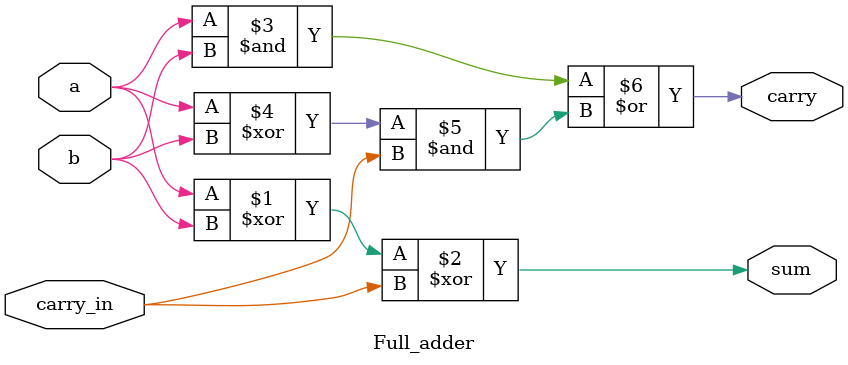
<source format=v>
`timescale 1ns / 1ps
module Full_adder(input a, b, carry_in, output sum, carry);

assign  sum = (a ^ b) ^ carry_in;
assign carry = (a & b) | ((a ^ b) & carry_in);

endmodule

</source>
